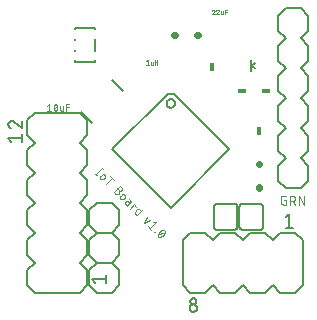
<source format=gto>
G75*
%MOIN*%
%OFA0B0*%
%FSLAX25Y25*%
%IPPOS*%
%LPD*%
%AMOC8*
5,1,8,0,0,1.08239X$1,22.5*
%
%ADD10C,0.00200*%
%ADD11C,0.00100*%
%ADD12C,0.00300*%
%ADD13C,0.02200*%
%ADD14C,0.00600*%
%ADD15C,0.00800*%
%ADD16R,0.03000X0.01800*%
%ADD17R,0.01800X0.03000*%
%ADD18C,0.00500*%
D10*
X0016400Y0070400D02*
X0017622Y0070400D01*
X0017011Y0070400D02*
X0017011Y0072600D01*
X0016400Y0072111D01*
X0019782Y0071500D02*
X0019780Y0071418D01*
X0019775Y0071336D01*
X0019765Y0071254D01*
X0019752Y0071173D01*
X0019736Y0071092D01*
X0019715Y0071013D01*
X0019691Y0070934D01*
X0019664Y0070856D01*
X0019633Y0070780D01*
X0019599Y0070706D01*
X0019599Y0070705D02*
X0019584Y0070668D01*
X0019566Y0070632D01*
X0019545Y0070598D01*
X0019521Y0070566D01*
X0019494Y0070536D01*
X0019465Y0070509D01*
X0019434Y0070484D01*
X0019400Y0070462D01*
X0019365Y0070444D01*
X0019328Y0070428D01*
X0019290Y0070416D01*
X0019251Y0070407D01*
X0019211Y0070402D01*
X0019171Y0070400D01*
X0019131Y0070402D01*
X0019091Y0070407D01*
X0019052Y0070416D01*
X0019014Y0070428D01*
X0018977Y0070444D01*
X0018942Y0070462D01*
X0018908Y0070484D01*
X0018877Y0070509D01*
X0018848Y0070536D01*
X0018821Y0070566D01*
X0018797Y0070598D01*
X0018776Y0070632D01*
X0018758Y0070668D01*
X0018743Y0070705D01*
X0018682Y0070889D02*
X0019660Y0072111D01*
X0019599Y0072295D02*
X0019584Y0072332D01*
X0019566Y0072368D01*
X0019545Y0072402D01*
X0019521Y0072434D01*
X0019494Y0072464D01*
X0019465Y0072491D01*
X0019434Y0072516D01*
X0019400Y0072538D01*
X0019365Y0072556D01*
X0019328Y0072572D01*
X0019290Y0072584D01*
X0019251Y0072593D01*
X0019211Y0072598D01*
X0019171Y0072600D01*
X0019131Y0072598D01*
X0019091Y0072593D01*
X0019052Y0072584D01*
X0019014Y0072572D01*
X0018977Y0072556D01*
X0018942Y0072538D01*
X0018908Y0072516D01*
X0018877Y0072491D01*
X0018848Y0072464D01*
X0018821Y0072434D01*
X0018797Y0072402D01*
X0018776Y0072368D01*
X0018758Y0072332D01*
X0018743Y0072295D01*
X0019599Y0072294D02*
X0019633Y0072220D01*
X0019664Y0072144D01*
X0019691Y0072066D01*
X0019715Y0071987D01*
X0019736Y0071908D01*
X0019752Y0071827D01*
X0019765Y0071746D01*
X0019775Y0071664D01*
X0019780Y0071582D01*
X0019782Y0071500D01*
X0018560Y0071500D02*
X0018562Y0071582D01*
X0018567Y0071664D01*
X0018577Y0071746D01*
X0018590Y0071827D01*
X0018606Y0071908D01*
X0018627Y0071987D01*
X0018651Y0072066D01*
X0018678Y0072144D01*
X0018709Y0072220D01*
X0018743Y0072294D01*
X0018560Y0071500D02*
X0018562Y0071418D01*
X0018567Y0071336D01*
X0018577Y0071254D01*
X0018590Y0071173D01*
X0018606Y0071092D01*
X0018627Y0071013D01*
X0018651Y0070934D01*
X0018678Y0070856D01*
X0018709Y0070780D01*
X0018743Y0070706D01*
X0020770Y0070767D02*
X0020770Y0071867D01*
X0021748Y0071867D02*
X0021748Y0070400D01*
X0021137Y0070400D01*
X0021101Y0070402D01*
X0021065Y0070407D01*
X0021030Y0070416D01*
X0020997Y0070428D01*
X0020964Y0070443D01*
X0020933Y0070462D01*
X0020904Y0070483D01*
X0020877Y0070507D01*
X0020853Y0070534D01*
X0020832Y0070563D01*
X0020813Y0070594D01*
X0020798Y0070627D01*
X0020786Y0070660D01*
X0020777Y0070695D01*
X0020772Y0070731D01*
X0020770Y0070767D01*
X0022812Y0070400D02*
X0022812Y0072600D01*
X0023790Y0072600D01*
X0023790Y0071622D02*
X0022812Y0071622D01*
D11*
X0049450Y0085750D02*
X0050283Y0085750D01*
X0049867Y0085750D02*
X0049867Y0087250D01*
X0049450Y0086917D01*
X0050925Y0086750D02*
X0050925Y0086000D01*
X0050927Y0085970D01*
X0050932Y0085940D01*
X0050941Y0085911D01*
X0050954Y0085884D01*
X0050969Y0085858D01*
X0050988Y0085834D01*
X0051009Y0085813D01*
X0051033Y0085794D01*
X0051059Y0085779D01*
X0051086Y0085766D01*
X0051115Y0085757D01*
X0051145Y0085752D01*
X0051175Y0085750D01*
X0051592Y0085750D01*
X0051592Y0086750D01*
X0052282Y0086583D02*
X0053115Y0086583D01*
X0053115Y0087250D02*
X0053115Y0085750D01*
X0052282Y0085750D02*
X0052282Y0087250D01*
X0071350Y0102650D02*
X0072183Y0102650D01*
X0072790Y0102650D02*
X0073623Y0102650D01*
X0074265Y0102900D02*
X0074265Y0103650D01*
X0074932Y0103650D02*
X0074932Y0102650D01*
X0074515Y0102650D01*
X0074485Y0102652D01*
X0074455Y0102657D01*
X0074426Y0102666D01*
X0074399Y0102679D01*
X0074373Y0102694D01*
X0074349Y0102713D01*
X0074328Y0102734D01*
X0074309Y0102758D01*
X0074294Y0102784D01*
X0074281Y0102811D01*
X0074272Y0102840D01*
X0074267Y0102870D01*
X0074265Y0102900D01*
X0073498Y0103483D02*
X0072790Y0102650D01*
X0072058Y0103483D02*
X0071350Y0102650D01*
X0071349Y0103816D02*
X0071363Y0103854D01*
X0071381Y0103891D01*
X0071401Y0103926D01*
X0071424Y0103959D01*
X0071450Y0103990D01*
X0071478Y0104019D01*
X0071508Y0104046D01*
X0071541Y0104069D01*
X0071576Y0104090D01*
X0071612Y0104108D01*
X0071649Y0104123D01*
X0071688Y0104135D01*
X0071728Y0104143D01*
X0071768Y0104148D01*
X0071808Y0104150D01*
X0071845Y0104148D01*
X0071881Y0104143D01*
X0071917Y0104134D01*
X0071952Y0104121D01*
X0071985Y0104106D01*
X0072016Y0104087D01*
X0072046Y0104065D01*
X0072073Y0104040D01*
X0072098Y0104013D01*
X0072120Y0103983D01*
X0072139Y0103952D01*
X0072154Y0103919D01*
X0072167Y0103884D01*
X0072176Y0103848D01*
X0072181Y0103812D01*
X0072183Y0103775D01*
X0072184Y0103775D02*
X0072182Y0103739D01*
X0072177Y0103703D01*
X0072169Y0103668D01*
X0072158Y0103633D01*
X0072144Y0103600D01*
X0072127Y0103568D01*
X0072107Y0103538D01*
X0072084Y0103509D01*
X0072059Y0103483D01*
X0073499Y0103483D02*
X0073524Y0103509D01*
X0073547Y0103538D01*
X0073567Y0103568D01*
X0073584Y0103600D01*
X0073598Y0103633D01*
X0073609Y0103668D01*
X0073617Y0103703D01*
X0073622Y0103739D01*
X0073624Y0103775D01*
X0073623Y0103775D02*
X0073621Y0103812D01*
X0073616Y0103848D01*
X0073607Y0103884D01*
X0073594Y0103919D01*
X0073579Y0103952D01*
X0073560Y0103983D01*
X0073538Y0104013D01*
X0073513Y0104040D01*
X0073486Y0104065D01*
X0073456Y0104087D01*
X0073425Y0104106D01*
X0073392Y0104121D01*
X0073357Y0104134D01*
X0073321Y0104143D01*
X0073285Y0104148D01*
X0073248Y0104150D01*
X0073208Y0104148D01*
X0073168Y0104143D01*
X0073128Y0104135D01*
X0073089Y0104123D01*
X0073052Y0104108D01*
X0073016Y0104090D01*
X0072981Y0104069D01*
X0072948Y0104046D01*
X0072918Y0104019D01*
X0072890Y0103990D01*
X0072864Y0103959D01*
X0072841Y0103926D01*
X0072821Y0103891D01*
X0072803Y0103854D01*
X0072789Y0103816D01*
X0075625Y0103483D02*
X0076291Y0103483D01*
X0076291Y0104150D02*
X0075625Y0104150D01*
X0075625Y0102650D01*
D12*
X0034563Y0051451D02*
X0035018Y0050995D01*
X0034791Y0051223D02*
X0032740Y0049172D01*
X0032512Y0049400D02*
X0032968Y0048944D01*
X0034233Y0048590D02*
X0034689Y0049046D01*
X0034690Y0049045D02*
X0034727Y0049080D01*
X0034766Y0049111D01*
X0034809Y0049139D01*
X0034853Y0049164D01*
X0034899Y0049185D01*
X0034946Y0049202D01*
X0034995Y0049216D01*
X0035044Y0049226D01*
X0035094Y0049232D01*
X0035145Y0049234D01*
X0035196Y0049232D01*
X0035246Y0049226D01*
X0035295Y0049216D01*
X0035344Y0049202D01*
X0035391Y0049185D01*
X0035437Y0049164D01*
X0035481Y0049139D01*
X0035524Y0049111D01*
X0035563Y0049080D01*
X0035600Y0049045D01*
X0035635Y0049008D01*
X0035666Y0048969D01*
X0035694Y0048926D01*
X0035719Y0048882D01*
X0035740Y0048836D01*
X0035757Y0048789D01*
X0035771Y0048740D01*
X0035781Y0048691D01*
X0035787Y0048641D01*
X0035789Y0048590D01*
X0035787Y0048539D01*
X0035781Y0048489D01*
X0035771Y0048440D01*
X0035757Y0048391D01*
X0035740Y0048344D01*
X0035719Y0048298D01*
X0035694Y0048254D01*
X0035666Y0048211D01*
X0035635Y0048172D01*
X0035600Y0048135D01*
X0035600Y0048134D02*
X0035145Y0047679D01*
X0035144Y0047679D02*
X0035108Y0047645D01*
X0035070Y0047614D01*
X0035029Y0047587D01*
X0034986Y0047562D01*
X0034941Y0047541D01*
X0034895Y0047524D01*
X0034848Y0047510D01*
X0034799Y0047500D01*
X0034751Y0047493D01*
X0034701Y0047490D01*
X0034652Y0047491D01*
X0034603Y0047496D01*
X0034554Y0047504D01*
X0034506Y0047516D01*
X0034460Y0047532D01*
X0034414Y0047552D01*
X0034371Y0047574D01*
X0034329Y0047600D01*
X0034289Y0047629D01*
X0034251Y0047662D01*
X0034217Y0047696D01*
X0034184Y0047734D01*
X0034155Y0047774D01*
X0034129Y0047816D01*
X0034106Y0047859D01*
X0034087Y0047905D01*
X0034071Y0047951D01*
X0034059Y0047999D01*
X0034051Y0048048D01*
X0034046Y0048097D01*
X0034045Y0048146D01*
X0034048Y0048196D01*
X0034055Y0048244D01*
X0034065Y0048293D01*
X0034079Y0048340D01*
X0034096Y0048386D01*
X0034117Y0048431D01*
X0034142Y0048474D01*
X0034169Y0048515D01*
X0034200Y0048553D01*
X0034234Y0048589D01*
X0035998Y0045914D02*
X0038049Y0047964D01*
X0038619Y0047395D02*
X0037479Y0048534D01*
X0040567Y0045447D02*
X0041136Y0044877D01*
X0041136Y0044876D02*
X0041170Y0044840D01*
X0041201Y0044802D01*
X0041228Y0044761D01*
X0041253Y0044718D01*
X0041274Y0044673D01*
X0041291Y0044627D01*
X0041305Y0044580D01*
X0041315Y0044531D01*
X0041322Y0044483D01*
X0041325Y0044433D01*
X0041324Y0044384D01*
X0041319Y0044335D01*
X0041311Y0044286D01*
X0041299Y0044238D01*
X0041283Y0044192D01*
X0041263Y0044146D01*
X0041241Y0044103D01*
X0041215Y0044061D01*
X0041186Y0044021D01*
X0041153Y0043983D01*
X0041119Y0043949D01*
X0041081Y0043916D01*
X0041041Y0043887D01*
X0040999Y0043861D01*
X0040956Y0043839D01*
X0040910Y0043819D01*
X0040864Y0043803D01*
X0040816Y0043791D01*
X0040767Y0043783D01*
X0040718Y0043778D01*
X0040669Y0043777D01*
X0040619Y0043780D01*
X0040571Y0043787D01*
X0040522Y0043797D01*
X0040475Y0043811D01*
X0040429Y0043828D01*
X0040384Y0043849D01*
X0040341Y0043874D01*
X0040300Y0043901D01*
X0040262Y0043932D01*
X0040226Y0043966D01*
X0040225Y0043966D02*
X0039655Y0044535D01*
X0040225Y0043966D02*
X0040262Y0043926D01*
X0040297Y0043883D01*
X0040329Y0043838D01*
X0040358Y0043791D01*
X0040383Y0043742D01*
X0040405Y0043692D01*
X0040423Y0043640D01*
X0040438Y0043587D01*
X0040449Y0043533D01*
X0040457Y0043478D01*
X0040461Y0043424D01*
X0040461Y0043368D01*
X0040457Y0043314D01*
X0040449Y0043259D01*
X0040438Y0043205D01*
X0040423Y0043152D01*
X0040405Y0043100D01*
X0040383Y0043050D01*
X0040358Y0043001D01*
X0040329Y0042954D01*
X0040297Y0042909D01*
X0040262Y0042866D01*
X0040225Y0042826D01*
X0040185Y0042789D01*
X0040142Y0042754D01*
X0040097Y0042722D01*
X0040050Y0042693D01*
X0040001Y0042668D01*
X0039951Y0042646D01*
X0039899Y0042628D01*
X0039846Y0042613D01*
X0039792Y0042602D01*
X0039737Y0042594D01*
X0039683Y0042590D01*
X0039627Y0042590D01*
X0039573Y0042594D01*
X0039518Y0042602D01*
X0039464Y0042613D01*
X0039411Y0042628D01*
X0039359Y0042646D01*
X0039309Y0042668D01*
X0039260Y0042693D01*
X0039213Y0042722D01*
X0039168Y0042754D01*
X0039125Y0042789D01*
X0039085Y0042826D01*
X0039086Y0042826D02*
X0038516Y0043396D01*
X0040567Y0045447D01*
X0041341Y0042393D02*
X0040886Y0041938D01*
X0040886Y0041937D02*
X0040852Y0041901D01*
X0040821Y0041863D01*
X0040794Y0041822D01*
X0040769Y0041779D01*
X0040748Y0041734D01*
X0040731Y0041688D01*
X0040717Y0041641D01*
X0040707Y0041592D01*
X0040700Y0041544D01*
X0040697Y0041494D01*
X0040698Y0041445D01*
X0040703Y0041396D01*
X0040711Y0041347D01*
X0040723Y0041299D01*
X0040739Y0041253D01*
X0040758Y0041207D01*
X0040781Y0041164D01*
X0040807Y0041122D01*
X0040836Y0041082D01*
X0040869Y0041044D01*
X0040903Y0041010D01*
X0040941Y0040977D01*
X0040981Y0040948D01*
X0041023Y0040922D01*
X0041066Y0040900D01*
X0041112Y0040880D01*
X0041158Y0040864D01*
X0041206Y0040852D01*
X0041255Y0040844D01*
X0041304Y0040839D01*
X0041353Y0040838D01*
X0041403Y0040841D01*
X0041451Y0040848D01*
X0041500Y0040858D01*
X0041547Y0040872D01*
X0041593Y0040889D01*
X0041638Y0040910D01*
X0041681Y0040935D01*
X0041722Y0040962D01*
X0041760Y0040993D01*
X0041796Y0041027D01*
X0041797Y0041026D02*
X0042253Y0041482D01*
X0042252Y0041483D02*
X0042287Y0041520D01*
X0042318Y0041559D01*
X0042346Y0041602D01*
X0042371Y0041646D01*
X0042392Y0041692D01*
X0042409Y0041739D01*
X0042423Y0041788D01*
X0042433Y0041837D01*
X0042439Y0041887D01*
X0042441Y0041938D01*
X0042439Y0041989D01*
X0042433Y0042039D01*
X0042423Y0042088D01*
X0042409Y0042137D01*
X0042392Y0042184D01*
X0042371Y0042230D01*
X0042346Y0042274D01*
X0042318Y0042317D01*
X0042287Y0042356D01*
X0042252Y0042393D01*
X0042215Y0042428D01*
X0042176Y0042459D01*
X0042133Y0042487D01*
X0042089Y0042512D01*
X0042043Y0042533D01*
X0041996Y0042550D01*
X0041947Y0042564D01*
X0041898Y0042574D01*
X0041848Y0042580D01*
X0041797Y0042582D01*
X0041746Y0042580D01*
X0041696Y0042574D01*
X0041647Y0042564D01*
X0041598Y0042550D01*
X0041551Y0042533D01*
X0041505Y0042512D01*
X0041461Y0042487D01*
X0041418Y0042459D01*
X0041379Y0042428D01*
X0041342Y0042393D01*
X0043665Y0040982D02*
X0044120Y0040526D01*
X0044121Y0040526D02*
X0044149Y0040494D01*
X0044175Y0040461D01*
X0044197Y0040426D01*
X0044217Y0040388D01*
X0044233Y0040349D01*
X0044246Y0040309D01*
X0044255Y0040268D01*
X0044260Y0040226D01*
X0044262Y0040184D01*
X0044260Y0040142D01*
X0044255Y0040100D01*
X0044246Y0040059D01*
X0044233Y0040019D01*
X0044217Y0039980D01*
X0044197Y0039943D01*
X0044175Y0039907D01*
X0044149Y0039874D01*
X0044121Y0039842D01*
X0044120Y0039842D02*
X0043095Y0038817D01*
X0042582Y0039330D01*
X0042582Y0039329D02*
X0042551Y0039363D01*
X0042522Y0039400D01*
X0042496Y0039439D01*
X0042474Y0039480D01*
X0042456Y0039523D01*
X0042440Y0039567D01*
X0042429Y0039612D01*
X0042421Y0039658D01*
X0042417Y0039705D01*
X0042417Y0039751D01*
X0042421Y0039798D01*
X0042429Y0039844D01*
X0042440Y0039889D01*
X0042456Y0039933D01*
X0042474Y0039976D01*
X0042496Y0040017D01*
X0042522Y0040056D01*
X0042551Y0040093D01*
X0042582Y0040127D01*
X0042616Y0040158D01*
X0042653Y0040187D01*
X0042692Y0040213D01*
X0042733Y0040235D01*
X0042776Y0040253D01*
X0042820Y0040269D01*
X0042865Y0040280D01*
X0042911Y0040288D01*
X0042958Y0040292D01*
X0043004Y0040292D01*
X0043051Y0040288D01*
X0043097Y0040280D01*
X0043142Y0040269D01*
X0043186Y0040253D01*
X0043229Y0040235D01*
X0043270Y0040213D01*
X0043309Y0040187D01*
X0043346Y0040158D01*
X0043380Y0040127D01*
X0043892Y0039614D01*
X0045476Y0039170D02*
X0044109Y0037803D01*
X0045931Y0038259D02*
X0046159Y0038487D01*
X0045476Y0039170D01*
X0046467Y0037495D02*
X0045784Y0036812D01*
X0045783Y0036812D02*
X0045755Y0036780D01*
X0045729Y0036747D01*
X0045707Y0036712D01*
X0045687Y0036674D01*
X0045671Y0036635D01*
X0045658Y0036595D01*
X0045649Y0036554D01*
X0045644Y0036512D01*
X0045642Y0036470D01*
X0045644Y0036428D01*
X0045649Y0036386D01*
X0045658Y0036345D01*
X0045671Y0036305D01*
X0045687Y0036266D01*
X0045707Y0036229D01*
X0045729Y0036193D01*
X0045755Y0036160D01*
X0045783Y0036128D01*
X0045784Y0036128D02*
X0046353Y0035559D01*
X0048404Y0037609D01*
X0047720Y0036926D02*
X0047151Y0037495D01*
X0047151Y0037496D02*
X0047119Y0037524D01*
X0047086Y0037550D01*
X0047051Y0037572D01*
X0047013Y0037592D01*
X0046974Y0037608D01*
X0046934Y0037621D01*
X0046893Y0037630D01*
X0046851Y0037635D01*
X0046809Y0037637D01*
X0046767Y0037635D01*
X0046725Y0037630D01*
X0046684Y0037621D01*
X0046644Y0037608D01*
X0046605Y0037592D01*
X0046568Y0037572D01*
X0046532Y0037550D01*
X0046499Y0037524D01*
X0046467Y0037496D01*
X0049671Y0034975D02*
X0048760Y0033152D01*
X0050583Y0034063D01*
X0051618Y0033484D02*
X0052643Y0033370D01*
X0050593Y0031319D01*
X0051162Y0030749D02*
X0050023Y0031889D01*
X0051961Y0029950D02*
X0052075Y0029837D01*
X0052189Y0029950D01*
X0052075Y0030064D01*
X0051961Y0029950D01*
X0054127Y0028354D02*
X0054212Y0028385D01*
X0054296Y0028420D01*
X0054378Y0028457D01*
X0054459Y0028497D01*
X0054538Y0028541D01*
X0054615Y0028587D01*
X0054691Y0028636D01*
X0054765Y0028689D01*
X0054836Y0028743D01*
X0054906Y0028801D01*
X0054973Y0028861D01*
X0055038Y0028924D01*
X0053899Y0030063D02*
X0053964Y0030126D01*
X0054031Y0030186D01*
X0054101Y0030243D01*
X0054173Y0030298D01*
X0054247Y0030350D01*
X0054322Y0030400D01*
X0054400Y0030446D01*
X0054479Y0030490D01*
X0054560Y0030530D01*
X0054642Y0030567D01*
X0054726Y0030602D01*
X0054810Y0030633D01*
X0055494Y0030518D02*
X0055526Y0030485D01*
X0055554Y0030448D01*
X0055580Y0030410D01*
X0055603Y0030370D01*
X0055622Y0030328D01*
X0055639Y0030285D01*
X0055652Y0030240D01*
X0055661Y0030195D01*
X0055667Y0030149D01*
X0055669Y0030103D01*
X0055668Y0030057D01*
X0055663Y0030011D01*
X0055654Y0029965D01*
X0055642Y0029921D01*
X0055627Y0029877D01*
X0055608Y0029835D01*
X0055494Y0029607D02*
X0053444Y0029379D01*
X0053444Y0028468D02*
X0053477Y0028436D01*
X0053514Y0028408D01*
X0053552Y0028382D01*
X0053592Y0028359D01*
X0053634Y0028340D01*
X0053677Y0028323D01*
X0053722Y0028310D01*
X0053767Y0028301D01*
X0053813Y0028295D01*
X0053859Y0028293D01*
X0053905Y0028294D01*
X0053951Y0028299D01*
X0053997Y0028308D01*
X0054041Y0028320D01*
X0054085Y0028335D01*
X0054127Y0028354D01*
X0053444Y0028468D02*
X0053412Y0028501D01*
X0053384Y0028538D01*
X0053358Y0028576D01*
X0053335Y0028616D01*
X0053316Y0028658D01*
X0053299Y0028701D01*
X0053286Y0028746D01*
X0053277Y0028791D01*
X0053271Y0028837D01*
X0053269Y0028883D01*
X0053270Y0028929D01*
X0053275Y0028975D01*
X0053284Y0029021D01*
X0053296Y0029065D01*
X0053311Y0029109D01*
X0053330Y0029151D01*
X0055039Y0028924D02*
X0055102Y0028989D01*
X0055162Y0029056D01*
X0055220Y0029126D01*
X0055274Y0029197D01*
X0055327Y0029271D01*
X0055376Y0029347D01*
X0055422Y0029424D01*
X0055466Y0029504D01*
X0055506Y0029584D01*
X0055544Y0029667D01*
X0055578Y0029750D01*
X0055609Y0029835D01*
X0055494Y0030518D02*
X0055461Y0030550D01*
X0055424Y0030578D01*
X0055386Y0030604D01*
X0055346Y0030627D01*
X0055304Y0030646D01*
X0055261Y0030663D01*
X0055216Y0030676D01*
X0055171Y0030685D01*
X0055125Y0030691D01*
X0055079Y0030693D01*
X0055033Y0030692D01*
X0054987Y0030687D01*
X0054941Y0030678D01*
X0054897Y0030666D01*
X0054853Y0030651D01*
X0054811Y0030632D01*
X0053899Y0030063D02*
X0053836Y0029998D01*
X0053776Y0029931D01*
X0053719Y0029861D01*
X0053664Y0029789D01*
X0053612Y0029715D01*
X0053562Y0029640D01*
X0053516Y0029562D01*
X0053472Y0029483D01*
X0053432Y0029402D01*
X0053395Y0029320D01*
X0053360Y0029236D01*
X0053329Y0029152D01*
X0094350Y0039794D02*
X0094350Y0041406D01*
X0094352Y0041457D01*
X0094358Y0041507D01*
X0094368Y0041556D01*
X0094382Y0041605D01*
X0094399Y0041652D01*
X0094420Y0041698D01*
X0094445Y0041742D01*
X0094473Y0041785D01*
X0094504Y0041824D01*
X0094539Y0041861D01*
X0094576Y0041896D01*
X0094615Y0041927D01*
X0094658Y0041955D01*
X0094702Y0041980D01*
X0094748Y0042001D01*
X0094795Y0042018D01*
X0094844Y0042032D01*
X0094893Y0042042D01*
X0094943Y0042048D01*
X0094994Y0042050D01*
X0095961Y0042050D01*
X0095961Y0040761D02*
X0095478Y0040761D01*
X0095961Y0040761D02*
X0095961Y0039150D01*
X0094994Y0039150D01*
X0094946Y0039152D01*
X0094898Y0039157D01*
X0094851Y0039166D01*
X0094804Y0039179D01*
X0094759Y0039195D01*
X0094715Y0039214D01*
X0094672Y0039236D01*
X0094631Y0039262D01*
X0094592Y0039291D01*
X0094556Y0039322D01*
X0094522Y0039356D01*
X0094491Y0039392D01*
X0094462Y0039431D01*
X0094436Y0039472D01*
X0094414Y0039515D01*
X0094395Y0039559D01*
X0094379Y0039604D01*
X0094366Y0039651D01*
X0094357Y0039698D01*
X0094352Y0039746D01*
X0094350Y0039794D01*
X0097442Y0039150D02*
X0097442Y0042050D01*
X0098248Y0042050D01*
X0098303Y0042048D01*
X0098358Y0042042D01*
X0098412Y0042033D01*
X0098465Y0042020D01*
X0098518Y0042003D01*
X0098569Y0041983D01*
X0098619Y0041960D01*
X0098667Y0041933D01*
X0098713Y0041902D01*
X0098757Y0041869D01*
X0098798Y0041833D01*
X0098837Y0041794D01*
X0098873Y0041753D01*
X0098906Y0041709D01*
X0098937Y0041663D01*
X0098964Y0041615D01*
X0098987Y0041565D01*
X0099007Y0041514D01*
X0099024Y0041461D01*
X0099037Y0041408D01*
X0099046Y0041354D01*
X0099052Y0041299D01*
X0099054Y0041244D01*
X0099052Y0041189D01*
X0099046Y0041134D01*
X0099037Y0041080D01*
X0099024Y0041027D01*
X0099007Y0040974D01*
X0098987Y0040923D01*
X0098964Y0040873D01*
X0098937Y0040825D01*
X0098906Y0040779D01*
X0098873Y0040735D01*
X0098837Y0040694D01*
X0098798Y0040655D01*
X0098757Y0040619D01*
X0098713Y0040586D01*
X0098667Y0040555D01*
X0098619Y0040528D01*
X0098569Y0040505D01*
X0098518Y0040485D01*
X0098465Y0040468D01*
X0098412Y0040455D01*
X0098358Y0040446D01*
X0098303Y0040440D01*
X0098248Y0040438D01*
X0098248Y0040439D02*
X0097442Y0040439D01*
X0098409Y0040439D02*
X0099053Y0039150D01*
X0100398Y0039150D02*
X0100398Y0042050D01*
X0102009Y0039150D01*
X0102009Y0042050D01*
D13*
X0087100Y0044680D02*
X0087100Y0044920D01*
X0087100Y0052580D02*
X0087100Y0052820D01*
X0066720Y0095600D02*
X0066480Y0095600D01*
X0058920Y0095600D02*
X0058680Y0095600D01*
D14*
X0009700Y0012300D02*
X0012200Y0009800D01*
X0027200Y0009800D01*
X0029700Y0012300D01*
X0029700Y0017300D01*
X0027200Y0019800D01*
X0029700Y0022300D01*
X0029700Y0027300D01*
X0027200Y0029800D01*
X0029700Y0032300D01*
X0029700Y0037300D01*
X0027200Y0039800D01*
X0029700Y0042300D01*
X0029700Y0047300D01*
X0027200Y0049800D01*
X0029700Y0052300D01*
X0029700Y0057300D01*
X0027200Y0059800D01*
X0029700Y0062300D01*
X0029700Y0067300D01*
X0027200Y0069800D01*
X0012200Y0069800D01*
X0009700Y0067300D01*
X0009700Y0062300D01*
X0012200Y0059800D01*
X0009700Y0057300D01*
X0009700Y0052300D01*
X0012200Y0049800D01*
X0009700Y0047300D01*
X0009700Y0042300D01*
X0012200Y0039800D01*
X0009700Y0037300D01*
X0009700Y0032300D01*
X0012200Y0029800D01*
X0009700Y0027300D01*
X0009700Y0022300D01*
X0012200Y0019800D01*
X0009700Y0017300D01*
X0009700Y0012300D01*
X0030400Y0012300D02*
X0032900Y0009800D01*
X0037900Y0009800D01*
X0040400Y0012300D01*
X0040400Y0017300D01*
X0037900Y0019800D01*
X0040400Y0022300D01*
X0040400Y0027300D01*
X0037900Y0029800D01*
X0040400Y0032300D01*
X0040400Y0037300D01*
X0037900Y0039800D01*
X0032900Y0039800D01*
X0030400Y0037300D01*
X0030400Y0032300D01*
X0032900Y0029800D01*
X0037900Y0029800D01*
X0032900Y0029800D02*
X0030400Y0027300D01*
X0030400Y0022300D01*
X0032900Y0019800D01*
X0037900Y0019800D01*
X0032900Y0019800D02*
X0030400Y0017300D01*
X0030400Y0012300D01*
X0057600Y0038085D02*
X0038085Y0057600D01*
X0056612Y0076127D01*
X0058588Y0076127D01*
X0077115Y0057600D01*
X0057600Y0038085D01*
X0064100Y0029700D02*
X0061600Y0027200D01*
X0061600Y0012200D01*
X0064100Y0009700D01*
X0069100Y0009700D01*
X0071600Y0012200D01*
X0074100Y0009700D01*
X0079100Y0009700D01*
X0081600Y0012200D01*
X0084100Y0009700D01*
X0089100Y0009700D01*
X0091600Y0012200D01*
X0094100Y0009700D01*
X0099100Y0009700D01*
X0101600Y0012200D01*
X0101600Y0027200D01*
X0099100Y0029700D01*
X0094100Y0029700D01*
X0091600Y0027200D01*
X0089100Y0029700D01*
X0084100Y0029700D01*
X0081600Y0027200D01*
X0079100Y0029700D01*
X0074100Y0029700D01*
X0071600Y0027200D01*
X0069100Y0029700D01*
X0064100Y0029700D01*
X0071963Y0031950D02*
X0071963Y0038250D01*
X0071959Y0038315D01*
X0071959Y0038381D01*
X0071963Y0038446D01*
X0071971Y0038512D01*
X0071983Y0038576D01*
X0071999Y0038640D01*
X0072018Y0038703D01*
X0072042Y0038764D01*
X0072069Y0038824D01*
X0072099Y0038882D01*
X0072133Y0038938D01*
X0072170Y0038992D01*
X0072211Y0039044D01*
X0072254Y0039093D01*
X0072301Y0039139D01*
X0072350Y0039183D01*
X0072402Y0039224D01*
X0072456Y0039261D01*
X0072512Y0039295D01*
X0072570Y0039325D01*
X0072630Y0039352D01*
X0072691Y0039376D01*
X0072754Y0039395D01*
X0072818Y0039411D01*
X0072882Y0039423D01*
X0072948Y0039431D01*
X0072947Y0039431D02*
X0078853Y0039431D01*
X0078852Y0039431D02*
X0078915Y0039423D01*
X0078977Y0039412D01*
X0079039Y0039397D01*
X0079099Y0039379D01*
X0079159Y0039357D01*
X0079217Y0039332D01*
X0079273Y0039303D01*
X0079328Y0039271D01*
X0079380Y0039236D01*
X0079431Y0039198D01*
X0079479Y0039158D01*
X0079525Y0039114D01*
X0079568Y0039068D01*
X0079609Y0039019D01*
X0079647Y0038968D01*
X0079681Y0038916D01*
X0079713Y0038861D01*
X0079741Y0038804D01*
X0079766Y0038746D01*
X0079787Y0038686D01*
X0079805Y0038626D01*
X0079819Y0038564D01*
X0079830Y0038502D01*
X0079837Y0038439D01*
X0079841Y0038376D01*
X0079840Y0038313D01*
X0079837Y0038250D01*
X0079837Y0031950D01*
X0080463Y0031950D02*
X0080463Y0038250D01*
X0080459Y0038313D01*
X0080458Y0038376D01*
X0080462Y0038439D01*
X0080469Y0038502D01*
X0080480Y0038564D01*
X0080494Y0038626D01*
X0080512Y0038687D01*
X0080533Y0038746D01*
X0080558Y0038804D01*
X0080586Y0038861D01*
X0080618Y0038916D01*
X0080652Y0038969D01*
X0080690Y0039020D01*
X0080730Y0039068D01*
X0080774Y0039114D01*
X0080819Y0039158D01*
X0080868Y0039199D01*
X0080918Y0039237D01*
X0080971Y0039272D01*
X0081026Y0039303D01*
X0081082Y0039332D01*
X0081140Y0039357D01*
X0081200Y0039379D01*
X0081260Y0039397D01*
X0081322Y0039412D01*
X0081384Y0039423D01*
X0081447Y0039431D01*
X0087353Y0039431D01*
X0087352Y0039431D02*
X0087415Y0039423D01*
X0087477Y0039412D01*
X0087539Y0039397D01*
X0087599Y0039379D01*
X0087659Y0039357D01*
X0087717Y0039332D01*
X0087773Y0039303D01*
X0087828Y0039271D01*
X0087880Y0039236D01*
X0087931Y0039198D01*
X0087979Y0039158D01*
X0088025Y0039114D01*
X0088068Y0039068D01*
X0088109Y0039019D01*
X0088147Y0038968D01*
X0088181Y0038916D01*
X0088213Y0038861D01*
X0088241Y0038804D01*
X0088266Y0038746D01*
X0088287Y0038686D01*
X0088305Y0038626D01*
X0088319Y0038564D01*
X0088330Y0038502D01*
X0088337Y0038439D01*
X0088341Y0038376D01*
X0088340Y0038313D01*
X0088337Y0038250D01*
X0088337Y0031950D01*
X0088340Y0031887D01*
X0088341Y0031824D01*
X0088337Y0031761D01*
X0088330Y0031698D01*
X0088319Y0031636D01*
X0088305Y0031574D01*
X0088287Y0031514D01*
X0088266Y0031454D01*
X0088241Y0031396D01*
X0088213Y0031339D01*
X0088181Y0031284D01*
X0088147Y0031232D01*
X0088109Y0031181D01*
X0088068Y0031132D01*
X0088025Y0031086D01*
X0087979Y0031042D01*
X0087931Y0031002D01*
X0087880Y0030964D01*
X0087828Y0030929D01*
X0087773Y0030897D01*
X0087717Y0030868D01*
X0087659Y0030843D01*
X0087599Y0030821D01*
X0087539Y0030803D01*
X0087477Y0030788D01*
X0087415Y0030777D01*
X0087352Y0030769D01*
X0087353Y0030769D02*
X0081447Y0030769D01*
X0081448Y0030769D02*
X0081382Y0030777D01*
X0081318Y0030789D01*
X0081254Y0030805D01*
X0081191Y0030824D01*
X0081130Y0030848D01*
X0081070Y0030875D01*
X0081012Y0030905D01*
X0080956Y0030939D01*
X0080902Y0030976D01*
X0080850Y0031017D01*
X0080801Y0031061D01*
X0080754Y0031107D01*
X0080711Y0031156D01*
X0080670Y0031208D01*
X0080633Y0031262D01*
X0080599Y0031318D01*
X0080569Y0031376D01*
X0080542Y0031436D01*
X0080518Y0031497D01*
X0080499Y0031560D01*
X0080483Y0031624D01*
X0080471Y0031688D01*
X0080463Y0031754D01*
X0080459Y0031819D01*
X0080459Y0031885D01*
X0080463Y0031950D01*
X0079836Y0031950D02*
X0079840Y0031887D01*
X0079841Y0031824D01*
X0079837Y0031761D01*
X0079830Y0031698D01*
X0079819Y0031636D01*
X0079805Y0031574D01*
X0079787Y0031513D01*
X0079766Y0031454D01*
X0079741Y0031396D01*
X0079713Y0031339D01*
X0079681Y0031284D01*
X0079647Y0031231D01*
X0079609Y0031180D01*
X0079569Y0031132D01*
X0079525Y0031086D01*
X0079480Y0031042D01*
X0079431Y0031001D01*
X0079381Y0030963D01*
X0079328Y0030928D01*
X0079273Y0030897D01*
X0079217Y0030868D01*
X0079159Y0030843D01*
X0079099Y0030821D01*
X0079039Y0030803D01*
X0078977Y0030788D01*
X0078915Y0030777D01*
X0078852Y0030769D01*
X0078853Y0030769D02*
X0072947Y0030769D01*
X0072948Y0030769D02*
X0072882Y0030777D01*
X0072818Y0030789D01*
X0072754Y0030805D01*
X0072691Y0030824D01*
X0072630Y0030848D01*
X0072570Y0030875D01*
X0072512Y0030905D01*
X0072456Y0030939D01*
X0072402Y0030976D01*
X0072350Y0031017D01*
X0072301Y0031061D01*
X0072254Y0031107D01*
X0072211Y0031156D01*
X0072170Y0031208D01*
X0072133Y0031262D01*
X0072099Y0031318D01*
X0072069Y0031376D01*
X0072042Y0031436D01*
X0072018Y0031497D01*
X0071999Y0031560D01*
X0071983Y0031624D01*
X0071971Y0031688D01*
X0071963Y0031754D01*
X0071959Y0031819D01*
X0071959Y0031885D01*
X0071963Y0031950D01*
X0056186Y0072873D02*
X0056188Y0072948D01*
X0056194Y0073022D01*
X0056204Y0073096D01*
X0056217Y0073169D01*
X0056235Y0073242D01*
X0056256Y0073313D01*
X0056281Y0073384D01*
X0056310Y0073453D01*
X0056343Y0073520D01*
X0056379Y0073585D01*
X0056418Y0073649D01*
X0056460Y0073710D01*
X0056506Y0073769D01*
X0056555Y0073826D01*
X0056607Y0073879D01*
X0056661Y0073930D01*
X0056718Y0073979D01*
X0056778Y0074023D01*
X0056840Y0074065D01*
X0056904Y0074104D01*
X0056970Y0074139D01*
X0057037Y0074170D01*
X0057107Y0074198D01*
X0057177Y0074222D01*
X0057249Y0074243D01*
X0057322Y0074259D01*
X0057395Y0074272D01*
X0057470Y0074281D01*
X0057544Y0074286D01*
X0057619Y0074287D01*
X0057693Y0074284D01*
X0057768Y0074277D01*
X0057841Y0074266D01*
X0057915Y0074252D01*
X0057987Y0074233D01*
X0058058Y0074211D01*
X0058128Y0074185D01*
X0058197Y0074155D01*
X0058263Y0074122D01*
X0058328Y0074085D01*
X0058391Y0074045D01*
X0058452Y0074001D01*
X0058510Y0073955D01*
X0058566Y0073905D01*
X0058619Y0073853D01*
X0058670Y0073798D01*
X0058717Y0073740D01*
X0058761Y0073680D01*
X0058802Y0073617D01*
X0058840Y0073553D01*
X0058874Y0073487D01*
X0058905Y0073418D01*
X0058932Y0073349D01*
X0058955Y0073278D01*
X0058974Y0073206D01*
X0058990Y0073133D01*
X0059002Y0073059D01*
X0059010Y0072985D01*
X0059014Y0072910D01*
X0059014Y0072836D01*
X0059010Y0072761D01*
X0059002Y0072687D01*
X0058990Y0072613D01*
X0058974Y0072540D01*
X0058955Y0072468D01*
X0058932Y0072397D01*
X0058905Y0072328D01*
X0058874Y0072259D01*
X0058840Y0072193D01*
X0058802Y0072129D01*
X0058761Y0072066D01*
X0058717Y0072006D01*
X0058670Y0071948D01*
X0058619Y0071893D01*
X0058566Y0071841D01*
X0058510Y0071791D01*
X0058452Y0071745D01*
X0058391Y0071701D01*
X0058328Y0071661D01*
X0058263Y0071624D01*
X0058197Y0071591D01*
X0058128Y0071561D01*
X0058058Y0071535D01*
X0057987Y0071513D01*
X0057915Y0071494D01*
X0057841Y0071480D01*
X0057768Y0071469D01*
X0057693Y0071462D01*
X0057619Y0071459D01*
X0057544Y0071460D01*
X0057470Y0071465D01*
X0057395Y0071474D01*
X0057322Y0071487D01*
X0057249Y0071503D01*
X0057177Y0071524D01*
X0057107Y0071548D01*
X0057037Y0071576D01*
X0056970Y0071607D01*
X0056904Y0071642D01*
X0056840Y0071681D01*
X0056778Y0071723D01*
X0056718Y0071767D01*
X0056661Y0071816D01*
X0056607Y0071867D01*
X0056555Y0071920D01*
X0056506Y0071977D01*
X0056460Y0072036D01*
X0056418Y0072097D01*
X0056379Y0072161D01*
X0056343Y0072226D01*
X0056310Y0072293D01*
X0056281Y0072362D01*
X0056256Y0072433D01*
X0056235Y0072504D01*
X0056217Y0072577D01*
X0056204Y0072650D01*
X0056194Y0072724D01*
X0056188Y0072798D01*
X0056186Y0072873D01*
X0032191Y0086800D02*
X0032191Y0087173D01*
X0032191Y0086800D02*
X0025809Y0086800D01*
X0025809Y0087173D01*
X0025809Y0090343D02*
X0025809Y0090717D01*
X0025809Y0094083D02*
X0025809Y0094457D01*
X0025809Y0097627D02*
X0025809Y0098000D01*
X0032191Y0098000D01*
X0032191Y0097627D01*
X0032191Y0094457D02*
X0032191Y0090343D01*
D15*
X0038049Y0080511D02*
X0041668Y0076892D01*
X0031229Y0066453D02*
X0027610Y0070072D01*
X0084431Y0083589D02*
X0084431Y0085400D01*
X0085651Y0086320D01*
X0084431Y0087211D02*
X0084431Y0085400D01*
X0084491Y0085300D02*
X0085651Y0084540D01*
X0093500Y0087000D02*
X0093500Y0092000D01*
X0096000Y0094500D01*
X0093500Y0097000D01*
X0093500Y0102000D01*
X0096000Y0104500D01*
X0101000Y0104500D01*
X0103500Y0102000D01*
X0103500Y0097000D01*
X0101000Y0094500D01*
X0103500Y0092000D01*
X0103500Y0087000D01*
X0101000Y0084500D01*
X0103500Y0082000D01*
X0103500Y0077000D01*
X0101000Y0074500D01*
X0103500Y0072000D01*
X0103500Y0067000D01*
X0101000Y0064500D01*
X0103500Y0062000D01*
X0103500Y0057000D01*
X0101000Y0054500D01*
X0103500Y0052000D01*
X0103500Y0047000D01*
X0101000Y0044500D01*
X0096000Y0044500D01*
X0093500Y0047000D01*
X0093500Y0052000D01*
X0096000Y0054500D01*
X0093500Y0057000D01*
X0093500Y0062000D01*
X0096000Y0064500D01*
X0093500Y0067000D01*
X0093500Y0072000D01*
X0096000Y0074500D01*
X0093500Y0077000D01*
X0093500Y0082000D01*
X0096000Y0084500D01*
X0093500Y0087000D01*
D16*
X0089200Y0077100D03*
X0081200Y0077100D03*
D17*
X0071400Y0085100D03*
X0087100Y0063600D03*
D18*
X0097100Y0035950D02*
X0097100Y0031450D01*
X0095850Y0031450D02*
X0098350Y0031450D01*
X0095850Y0034950D02*
X0097100Y0035950D01*
X0066100Y0006950D02*
X0066098Y0006888D01*
X0066092Y0006827D01*
X0066083Y0006766D01*
X0066070Y0006706D01*
X0066053Y0006647D01*
X0066032Y0006589D01*
X0066008Y0006532D01*
X0065981Y0006477D01*
X0065950Y0006424D01*
X0065916Y0006372D01*
X0065879Y0006323D01*
X0065839Y0006276D01*
X0065796Y0006232D01*
X0065751Y0006191D01*
X0065703Y0006152D01*
X0065652Y0006116D01*
X0065600Y0006084D01*
X0065546Y0006055D01*
X0065490Y0006029D01*
X0065432Y0006007D01*
X0065374Y0005988D01*
X0065314Y0005973D01*
X0065253Y0005962D01*
X0065192Y0005954D01*
X0065131Y0005950D01*
X0065069Y0005950D01*
X0065008Y0005954D01*
X0064947Y0005962D01*
X0064886Y0005973D01*
X0064826Y0005988D01*
X0064768Y0006007D01*
X0064710Y0006029D01*
X0064654Y0006055D01*
X0064600Y0006084D01*
X0064548Y0006116D01*
X0064497Y0006152D01*
X0064449Y0006191D01*
X0064404Y0006232D01*
X0064361Y0006276D01*
X0064321Y0006323D01*
X0064284Y0006372D01*
X0064250Y0006424D01*
X0064219Y0006477D01*
X0064192Y0006532D01*
X0064168Y0006589D01*
X0064147Y0006647D01*
X0064130Y0006706D01*
X0064117Y0006766D01*
X0064108Y0006827D01*
X0064102Y0006888D01*
X0064100Y0006950D01*
X0064102Y0007012D01*
X0064108Y0007073D01*
X0064117Y0007134D01*
X0064130Y0007194D01*
X0064147Y0007253D01*
X0064168Y0007311D01*
X0064192Y0007368D01*
X0064219Y0007423D01*
X0064250Y0007476D01*
X0064284Y0007528D01*
X0064321Y0007577D01*
X0064361Y0007624D01*
X0064404Y0007668D01*
X0064449Y0007709D01*
X0064497Y0007748D01*
X0064548Y0007784D01*
X0064600Y0007816D01*
X0064654Y0007845D01*
X0064710Y0007871D01*
X0064768Y0007893D01*
X0064826Y0007912D01*
X0064886Y0007927D01*
X0064947Y0007938D01*
X0065008Y0007946D01*
X0065069Y0007950D01*
X0065131Y0007950D01*
X0065192Y0007946D01*
X0065253Y0007938D01*
X0065314Y0007927D01*
X0065374Y0007912D01*
X0065432Y0007893D01*
X0065490Y0007871D01*
X0065546Y0007845D01*
X0065600Y0007816D01*
X0065652Y0007784D01*
X0065703Y0007748D01*
X0065751Y0007709D01*
X0065796Y0007668D01*
X0065839Y0007624D01*
X0065879Y0007577D01*
X0065916Y0007528D01*
X0065950Y0007476D01*
X0065981Y0007423D01*
X0066008Y0007368D01*
X0066032Y0007311D01*
X0066053Y0007253D01*
X0066070Y0007194D01*
X0066083Y0007134D01*
X0066092Y0007073D01*
X0066098Y0007012D01*
X0066100Y0006950D01*
X0066350Y0004700D02*
X0066348Y0004631D01*
X0066342Y0004562D01*
X0066333Y0004494D01*
X0066320Y0004427D01*
X0066303Y0004360D01*
X0066282Y0004294D01*
X0066258Y0004230D01*
X0066230Y0004167D01*
X0066199Y0004105D01*
X0066165Y0004045D01*
X0066127Y0003988D01*
X0066086Y0003932D01*
X0066043Y0003879D01*
X0065996Y0003828D01*
X0065947Y0003780D01*
X0065895Y0003735D01*
X0065840Y0003693D01*
X0065784Y0003654D01*
X0065725Y0003617D01*
X0065664Y0003585D01*
X0065602Y0003555D01*
X0065538Y0003529D01*
X0065473Y0003507D01*
X0065407Y0003488D01*
X0065340Y0003473D01*
X0065272Y0003462D01*
X0065203Y0003454D01*
X0065134Y0003450D01*
X0065066Y0003450D01*
X0064997Y0003454D01*
X0064928Y0003462D01*
X0064860Y0003473D01*
X0064793Y0003488D01*
X0064727Y0003507D01*
X0064662Y0003529D01*
X0064598Y0003555D01*
X0064536Y0003585D01*
X0064475Y0003617D01*
X0064416Y0003654D01*
X0064360Y0003693D01*
X0064305Y0003735D01*
X0064253Y0003780D01*
X0064204Y0003828D01*
X0064157Y0003879D01*
X0064114Y0003932D01*
X0064073Y0003988D01*
X0064035Y0004045D01*
X0064001Y0004105D01*
X0063970Y0004167D01*
X0063942Y0004230D01*
X0063918Y0004294D01*
X0063897Y0004360D01*
X0063880Y0004427D01*
X0063867Y0004494D01*
X0063858Y0004562D01*
X0063852Y0004631D01*
X0063850Y0004700D01*
X0063852Y0004769D01*
X0063858Y0004838D01*
X0063867Y0004906D01*
X0063880Y0004973D01*
X0063897Y0005040D01*
X0063918Y0005106D01*
X0063942Y0005170D01*
X0063970Y0005233D01*
X0064001Y0005295D01*
X0064035Y0005355D01*
X0064073Y0005412D01*
X0064114Y0005468D01*
X0064157Y0005521D01*
X0064204Y0005572D01*
X0064253Y0005620D01*
X0064305Y0005665D01*
X0064360Y0005707D01*
X0064416Y0005746D01*
X0064475Y0005783D01*
X0064536Y0005815D01*
X0064598Y0005845D01*
X0064662Y0005871D01*
X0064727Y0005893D01*
X0064793Y0005912D01*
X0064860Y0005927D01*
X0064928Y0005938D01*
X0064997Y0005946D01*
X0065066Y0005950D01*
X0065134Y0005950D01*
X0065203Y0005946D01*
X0065272Y0005938D01*
X0065340Y0005927D01*
X0065407Y0005912D01*
X0065473Y0005893D01*
X0065538Y0005871D01*
X0065602Y0005845D01*
X0065664Y0005815D01*
X0065725Y0005783D01*
X0065784Y0005746D01*
X0065840Y0005707D01*
X0065895Y0005665D01*
X0065947Y0005620D01*
X0065996Y0005572D01*
X0066043Y0005521D01*
X0066086Y0005468D01*
X0066127Y0005412D01*
X0066165Y0005355D01*
X0066199Y0005295D01*
X0066230Y0005233D01*
X0066258Y0005170D01*
X0066282Y0005106D01*
X0066303Y0005040D01*
X0066320Y0004973D01*
X0066333Y0004906D01*
X0066342Y0004838D01*
X0066348Y0004769D01*
X0066350Y0004700D01*
X0035950Y0013050D02*
X0035950Y0015550D01*
X0035950Y0014300D02*
X0031450Y0014300D01*
X0032450Y0013050D01*
X0007950Y0060050D02*
X0007950Y0062550D01*
X0007950Y0061300D02*
X0003450Y0061300D01*
X0004450Y0060050D01*
X0007950Y0064550D02*
X0007950Y0067050D01*
X0007950Y0064550D02*
X0005450Y0066675D01*
X0003450Y0065925D02*
X0003452Y0065852D01*
X0003457Y0065780D01*
X0003466Y0065708D01*
X0003479Y0065636D01*
X0003495Y0065565D01*
X0003515Y0065495D01*
X0003539Y0065427D01*
X0003565Y0065359D01*
X0003596Y0065293D01*
X0003629Y0065228D01*
X0003666Y0065166D01*
X0003705Y0065105D01*
X0003748Y0065046D01*
X0003794Y0064989D01*
X0003842Y0064935D01*
X0003893Y0064884D01*
X0003947Y0064834D01*
X0004003Y0064788D01*
X0004061Y0064745D01*
X0004122Y0064704D01*
X0004184Y0064667D01*
X0004248Y0064633D01*
X0004314Y0064602D01*
X0004381Y0064574D01*
X0004450Y0064550D01*
X0005450Y0066675D02*
X0005404Y0066721D01*
X0005355Y0066765D01*
X0005304Y0066805D01*
X0005251Y0066843D01*
X0005196Y0066878D01*
X0005139Y0066910D01*
X0005081Y0066939D01*
X0005021Y0066965D01*
X0004959Y0066987D01*
X0004897Y0067006D01*
X0004834Y0067022D01*
X0004770Y0067034D01*
X0004705Y0067043D01*
X0004640Y0067048D01*
X0004575Y0067050D01*
X0004510Y0067048D01*
X0004444Y0067042D01*
X0004380Y0067033D01*
X0004316Y0067020D01*
X0004252Y0067003D01*
X0004190Y0066982D01*
X0004129Y0066958D01*
X0004070Y0066930D01*
X0004013Y0066899D01*
X0003957Y0066865D01*
X0003903Y0066827D01*
X0003852Y0066787D01*
X0003803Y0066743D01*
X0003757Y0066697D01*
X0003713Y0066648D01*
X0003673Y0066597D01*
X0003635Y0066543D01*
X0003601Y0066488D01*
X0003570Y0066430D01*
X0003542Y0066371D01*
X0003518Y0066310D01*
X0003497Y0066248D01*
X0003480Y0066184D01*
X0003467Y0066120D01*
X0003458Y0066056D01*
X0003452Y0065990D01*
X0003450Y0065925D01*
M02*

</source>
